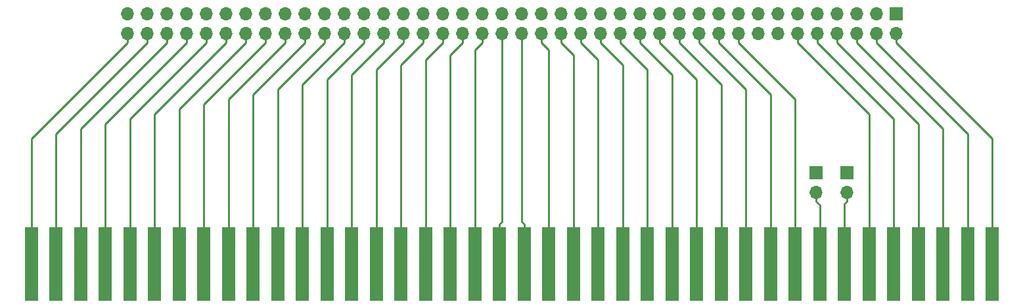
<source format=gtl>
%TF.GenerationSoftware,KiCad,Pcbnew,(6.0.9-0)*%
%TF.CreationDate,2023-01-05T16:32:08-08:00*%
%TF.ProjectId,mini-extender-m2,6d696e69-2d65-4787-9465-6e6465722d6d,rev?*%
%TF.SameCoordinates,Original*%
%TF.FileFunction,Copper,L1,Top*%
%TF.FilePolarity,Positive*%
%FSLAX46Y46*%
G04 Gerber Fmt 4.6, Leading zero omitted, Abs format (unit mm)*
G04 Created by KiCad (PCBNEW (6.0.9-0)) date 2023-01-05 16:32:08*
%MOMM*%
%LPD*%
G01*
G04 APERTURE LIST*
%TA.AperFunction,ComponentPad*%
%ADD10R,1.700000X1.700000*%
%TD*%
%TA.AperFunction,ComponentPad*%
%ADD11O,1.700000X1.700000*%
%TD*%
%TA.AperFunction,SMDPad,CuDef*%
%ADD12R,1.778000X9.525000*%
%TD*%
%TA.AperFunction,Conductor*%
%ADD13C,0.250000*%
%TD*%
G04 APERTURE END LIST*
D10*
%TO.P,JP1,1,A*%
%TO.N,/N8*%
X191643000Y-86355000D03*
D11*
%TO.P,JP1,2,B*%
%TO.N,Net-(J0-Pad16)*%
X191643000Y-88895000D03*
%TD*%
D12*
%TO.P,P0,2,USER1*%
%TO.N,Net-(J0-Pad2)*%
X214312500Y-98107500D03*
%TO.P,P0,4,GND*%
%TO.N,Net-(J0-Pad4)*%
X211137500Y-98107500D03*
%TO.P,P0,6,+12V*%
%TO.N,Net-(J0-Pad6)*%
X207962500Y-98107500D03*
%TO.P,P0,8,GND*%
%TO.N,Net-(J0-Pad8)*%
X204787500Y-98107500D03*
%TO.P,P0,10,+5V*%
%TO.N,Net-(J0-Pad10)*%
X201612500Y-98107500D03*
%TO.P,P0,12,~{NMIRQ}*%
%TO.N,Net-(J0-Pad12)*%
X198437500Y-98107500D03*
%TO.P,P0,14,IEOUT*%
%TO.N,Net-(J0-Pad14)*%
X195262500Y-98107500D03*
%TO.P,P0,16,~{BAKOUT}*%
%TO.N,Net-(J0-Pad16)*%
X192087500Y-98107500D03*
%TO.P,P0,18,~{SYNC}*%
%TO.N,Net-(J0-Pad18)*%
X188912500Y-98107500D03*
%TO.P,P0,20,~{WR}*%
%TO.N,Net-(J0-Pad20)*%
X185737500Y-98107500D03*
%TO.P,P0,22,~{IOCYC}*%
%TO.N,Net-(J0-Pad22)*%
X182562500Y-98107500D03*
%TO.P,P0,24,~{A01}*%
%TO.N,Net-(J0-Pad24)*%
X179387500Y-98107500D03*
%TO.P,P0,26,~{A03}*%
%TO.N,Net-(J0-Pad26)*%
X176212500Y-98107500D03*
%TO.P,P0,28,~{A05}*%
%TO.N,Net-(J0-Pad28)*%
X173037500Y-98107500D03*
%TO.P,P0,30,~{A07}*%
%TO.N,Net-(J0-Pad30)*%
X169862500Y-98107500D03*
%TO.P,P0,32,~{A09}*%
%TO.N,Net-(J0-Pad32)*%
X166687500Y-98107500D03*
%TO.P,P0,34,~{A11}*%
%TO.N,Net-(J0-Pad34)*%
X163512500Y-98107500D03*
%TO.P,P0,36,~{A13}*%
%TO.N,Net-(J0-Pad36)*%
X160337500Y-98107500D03*
%TO.P,P0,38,~{A15}*%
%TO.N,Net-(J0-Pad38)*%
X157162500Y-98107500D03*
%TO.P,P0,40,~{DISRO}*%
%TO.N,Net-(J0-Pad40)*%
X153987500Y-98107500D03*
%TO.P,P0,42,~{KBIRQ}*%
%TO.N,Net-(J0-Pad42)*%
X150812500Y-98107500D03*
%TO.P,P0,44,CLOCK*%
%TO.N,Net-(J0-Pad44)*%
X147637500Y-98107500D03*
%TO.P,P0,46,8MHz*%
%TO.N,Net-(J0-Pad46)*%
X144462500Y-98107500D03*
%TO.P,P0,48,~{WAIT}*%
%TO.N,Net-(J0-Pad48)*%
X141287500Y-98107500D03*
%TO.P,P0,50,GND*%
%TO.N,Net-(J0-Pad50)*%
X138112500Y-98107500D03*
%TO.P,P0,52,~{DAT1}*%
%TO.N,Net-(J0-Pad52)*%
X134937500Y-98107500D03*
%TO.P,P0,54,~{DAT3}*%
%TO.N,Net-(J0-Pad54)*%
X131762500Y-98107500D03*
%TO.P,P0,56,~{DAT5}*%
%TO.N,Net-(J0-Pad56)*%
X128587500Y-98107500D03*
%TO.P,P0,58,~{DAT7}*%
%TO.N,Net-(J0-Pad58)*%
X125412500Y-98107500D03*
%TO.P,P0,60,~{DAT9}*%
%TO.N,Net-(J0-Pad60)*%
X122237500Y-98107500D03*
%TO.P,P0,62,~{DAT11}*%
%TO.N,Net-(J0-Pad62)*%
X119062500Y-98107500D03*
%TO.P,P0,64,~{DAT13}*%
%TO.N,Net-(J0-Pad64)*%
X115887500Y-98107500D03*
%TO.P,P0,66,~{DAT15}*%
%TO.N,Net-(J0-Pad66)*%
X112712500Y-98107500D03*
%TO.P,P0,68,~{HALT}*%
%TO.N,Net-(J0-Pad68)*%
X109537500Y-98107500D03*
%TO.P,P0,70,GND*%
%TO.N,Net-(J0-Pad70)*%
X106362500Y-98107500D03*
%TO.P,P0,72,+5V*%
%TO.N,Net-(J0-Pad72)*%
X103187500Y-98107500D03*
%TO.P,P0,74,GND*%
%TO.N,Net-(J0-Pad74)*%
X100012500Y-98107500D03*
%TO.P,P0,76,-12V*%
%TO.N,Net-(J0-Pad76)*%
X96837500Y-98107500D03*
%TO.P,P0,78,+12V*%
%TO.N,Net-(J0-Pad78)*%
X93662500Y-98107500D03*
%TO.P,P0,80,GND*%
%TO.N,Net-(J0-Pad80)*%
X90487500Y-98107500D03*
%TD*%
D10*
%TO.P,J1,1,Pin_1*%
%TO.N,/N1*%
X201930000Y-65913000D03*
D11*
%TO.P,J1,2,Pin_2*%
%TO.N,Net-(J0-Pad2)*%
X201930000Y-68453000D03*
%TO.P,J1,3,Pin_3*%
%TO.N,/N2*%
X199390000Y-65913000D03*
%TO.P,J1,4,Pin_4*%
%TO.N,Net-(J0-Pad4)*%
X199390000Y-68453000D03*
%TO.P,J1,5,Pin_5*%
%TO.N,/N3*%
X196850000Y-65913000D03*
%TO.P,J1,6,Pin_6*%
%TO.N,Net-(J0-Pad6)*%
X196850000Y-68453000D03*
%TO.P,J1,7,Pin_7*%
%TO.N,/N4*%
X194310000Y-65913000D03*
%TO.P,J1,8,Pin_8*%
%TO.N,Net-(J0-Pad8)*%
X194310000Y-68453000D03*
%TO.P,J1,9,Pin_9*%
%TO.N,/N5*%
X191770000Y-65913000D03*
%TO.P,J1,10,Pin_10*%
%TO.N,Net-(J0-Pad10)*%
X191770000Y-68453000D03*
%TO.P,J1,11,Pin_11*%
%TO.N,/N6*%
X189230000Y-65913000D03*
%TO.P,J1,12,Pin_12*%
%TO.N,Net-(J0-Pad12)*%
X189230000Y-68453000D03*
%TO.P,J1,13,Pin_13*%
%TO.N,/N7*%
X186690000Y-65913000D03*
%TO.P,J1,14,Pin_14*%
%TO.N,Net-(J0-Pad14)*%
X186690000Y-68453000D03*
%TO.P,J1,15,Pin_15*%
%TO.N,/N8*%
X184150000Y-65913000D03*
%TO.P,J1,16,Pin_16*%
%TO.N,Net-(J0-Pad16)*%
X184150000Y-68453000D03*
%TO.P,J1,17,Pin_17*%
%TO.N,/N9*%
X181610000Y-65913000D03*
%TO.P,J1,18,Pin_18*%
%TO.N,Net-(J0-Pad18)*%
X181610000Y-68453000D03*
%TO.P,J1,19,Pin_19*%
%TO.N,/N10*%
X179070000Y-65913000D03*
%TO.P,J1,20,Pin_20*%
%TO.N,Net-(J0-Pad20)*%
X179070000Y-68453000D03*
%TO.P,J1,21,Pin_21*%
%TO.N,/N11*%
X176530000Y-65913000D03*
%TO.P,J1,22,Pin_22*%
%TO.N,Net-(J0-Pad22)*%
X176530000Y-68453000D03*
%TO.P,J1,23,Pin_23*%
%TO.N,/N12*%
X173990000Y-65913000D03*
%TO.P,J1,24,Pin_24*%
%TO.N,Net-(J0-Pad24)*%
X173990000Y-68453000D03*
%TO.P,J1,25,Pin_25*%
%TO.N,/N13*%
X171450000Y-65913000D03*
%TO.P,J1,26,Pin_26*%
%TO.N,Net-(J0-Pad26)*%
X171450000Y-68453000D03*
%TO.P,J1,27,Pin_27*%
%TO.N,/N14*%
X168910000Y-65913000D03*
%TO.P,J1,28,Pin_28*%
%TO.N,Net-(J0-Pad28)*%
X168910000Y-68453000D03*
%TO.P,J1,29,Pin_29*%
%TO.N,/N15*%
X166370000Y-65913000D03*
%TO.P,J1,30,Pin_30*%
%TO.N,Net-(J0-Pad30)*%
X166370000Y-68453000D03*
%TO.P,J1,31,Pin_31*%
%TO.N,/N16*%
X163830000Y-65913000D03*
%TO.P,J1,32,Pin_32*%
%TO.N,Net-(J0-Pad32)*%
X163830000Y-68453000D03*
%TO.P,J1,33,Pin_33*%
%TO.N,/N17*%
X161290000Y-65913000D03*
%TO.P,J1,34,Pin_34*%
%TO.N,Net-(J0-Pad34)*%
X161290000Y-68453000D03*
%TO.P,J1,35,Pin_35*%
%TO.N,/N18*%
X158750000Y-65913000D03*
%TO.P,J1,36,Pin_36*%
%TO.N,Net-(J0-Pad36)*%
X158750000Y-68453000D03*
%TO.P,J1,37,Pin_37*%
%TO.N,/N19*%
X156210000Y-65913000D03*
%TO.P,J1,38,Pin_38*%
%TO.N,Net-(J0-Pad38)*%
X156210000Y-68453000D03*
%TO.P,J1,39,Pin_39*%
%TO.N,/N20*%
X153670000Y-65913000D03*
%TO.P,J1,40,Pin_40*%
%TO.N,Net-(J0-Pad40)*%
X153670000Y-68453000D03*
%TO.P,J1,41,Pin_41*%
%TO.N,/N21*%
X151130000Y-65913000D03*
%TO.P,J1,42,Pin_42*%
%TO.N,Net-(J0-Pad42)*%
X151130000Y-68453000D03*
%TO.P,J1,43,Pin_43*%
%TO.N,/N22*%
X148590000Y-65913000D03*
%TO.P,J1,44,Pin_44*%
%TO.N,Net-(J0-Pad44)*%
X148590000Y-68453000D03*
%TO.P,J1,45,Pin_45*%
%TO.N,/N23*%
X146050000Y-65913000D03*
%TO.P,J1,46,Pin_46*%
%TO.N,Net-(J0-Pad46)*%
X146050000Y-68453000D03*
%TO.P,J1,47,Pin_47*%
%TO.N,/N24*%
X143510000Y-65913000D03*
%TO.P,J1,48,Pin_48*%
%TO.N,Net-(J0-Pad48)*%
X143510000Y-68453000D03*
%TO.P,J1,49,Pin_49*%
%TO.N,/N25*%
X140970000Y-65913000D03*
%TO.P,J1,50,Pin_50*%
%TO.N,Net-(J0-Pad50)*%
X140970000Y-68453000D03*
%TO.P,J1,51,Pin_51*%
%TO.N,/N26*%
X138430000Y-65913000D03*
%TO.P,J1,52,Pin_52*%
%TO.N,Net-(J0-Pad52)*%
X138430000Y-68453000D03*
%TO.P,J1,53,Pin_53*%
%TO.N,/N27*%
X135890000Y-65913000D03*
%TO.P,J1,54,Pin_54*%
%TO.N,Net-(J0-Pad54)*%
X135890000Y-68453000D03*
%TO.P,J1,55,Pin_55*%
%TO.N,/N28*%
X133350000Y-65913000D03*
%TO.P,J1,56,Pin_56*%
%TO.N,Net-(J0-Pad56)*%
X133350000Y-68453000D03*
%TO.P,J1,57,Pin_57*%
%TO.N,/N29*%
X130810000Y-65913000D03*
%TO.P,J1,58,Pin_58*%
%TO.N,Net-(J0-Pad58)*%
X130810000Y-68453000D03*
%TO.P,J1,59,Pin_59*%
%TO.N,/N30*%
X128270000Y-65913000D03*
%TO.P,J1,60,Pin_60*%
%TO.N,Net-(J0-Pad60)*%
X128270000Y-68453000D03*
%TO.P,J1,61,Pin_61*%
%TO.N,/N31*%
X125730000Y-65913000D03*
%TO.P,J1,62,Pin_62*%
%TO.N,Net-(J0-Pad62)*%
X125730000Y-68453000D03*
%TO.P,J1,63,Pin_63*%
%TO.N,/N32*%
X123190000Y-65913000D03*
%TO.P,J1,64,Pin_64*%
%TO.N,Net-(J0-Pad64)*%
X123190000Y-68453000D03*
%TO.P,J1,65,Pin_65*%
%TO.N,/N33*%
X120650000Y-65913000D03*
%TO.P,J1,66,Pin_66*%
%TO.N,Net-(J0-Pad66)*%
X120650000Y-68453000D03*
%TO.P,J1,67,Pin_67*%
%TO.N,/N34*%
X118110000Y-65913000D03*
%TO.P,J1,68,Pin_68*%
%TO.N,Net-(J0-Pad68)*%
X118110000Y-68453000D03*
%TO.P,J1,69,Pin_69*%
%TO.N,/N35*%
X115570000Y-65913000D03*
%TO.P,J1,70,Pin_70*%
%TO.N,Net-(J0-Pad70)*%
X115570000Y-68453000D03*
%TO.P,J1,71,Pin_71*%
%TO.N,/N36*%
X113030000Y-65913000D03*
%TO.P,J1,72,Pin_72*%
%TO.N,Net-(J0-Pad72)*%
X113030000Y-68453000D03*
%TO.P,J1,73,Pin_73*%
%TO.N,/N37*%
X110490000Y-65913000D03*
%TO.P,J1,74,Pin_74*%
%TO.N,Net-(J0-Pad74)*%
X110490000Y-68453000D03*
%TO.P,J1,75,Pin_75*%
%TO.N,/N38*%
X107950000Y-65913000D03*
%TO.P,J1,76,Pin_76*%
%TO.N,Net-(J0-Pad76)*%
X107950000Y-68453000D03*
%TO.P,J1,77,Pin_77*%
%TO.N,/N39*%
X105410000Y-65913000D03*
%TO.P,J1,78,Pin_78*%
%TO.N,Net-(J0-Pad78)*%
X105410000Y-68453000D03*
%TO.P,J1,79,Pin_79*%
%TO.N,/N40*%
X102870000Y-65913000D03*
%TO.P,J1,80,Pin_80*%
%TO.N,Net-(J0-Pad80)*%
X102870000Y-68453000D03*
%TD*%
D10*
%TO.P,JP2,1,A*%
%TO.N,/N7*%
X195580000Y-86355000D03*
D11*
%TO.P,JP2,2,B*%
%TO.N,Net-(J0-Pad14)*%
X195580000Y-88895000D03*
%TD*%
D13*
%TO.N,Net-(J0-Pad44)*%
X147637500Y-70580800D02*
X148590000Y-69628300D01*
X147637500Y-98107500D02*
X147637500Y-70580800D01*
X148590000Y-68453000D02*
X148590000Y-69628300D01*
%TO.N,Net-(J0-Pad72)*%
X103187500Y-79470800D02*
X113030000Y-69628300D01*
X113030000Y-68453000D02*
X113030000Y-69628300D01*
X103187500Y-98107500D02*
X103187500Y-79470800D01*
%TO.N,Net-(J0-Pad68)*%
X118110000Y-68453000D02*
X118110000Y-69628300D01*
X109537500Y-78200800D02*
X118110000Y-69628300D01*
X109537500Y-98107500D02*
X109537500Y-78200800D01*
%TO.N,Net-(J0-Pad76)*%
X107950000Y-68453000D02*
X107950000Y-69628300D01*
X96837500Y-80740800D02*
X107950000Y-69628300D01*
X96837500Y-98107500D02*
X96837500Y-80740800D01*
%TO.N,Net-(J0-Pad62)*%
X125730000Y-68453000D02*
X125730000Y-69628300D01*
X119062500Y-98107500D02*
X119062500Y-76295800D01*
X119062500Y-76295800D02*
X125730000Y-69628300D01*
%TO.N,Net-(J0-Pad52)*%
X134937500Y-73120800D02*
X138430000Y-69628300D01*
X138430000Y-68453000D02*
X138430000Y-69628300D01*
X134937500Y-98107500D02*
X134937500Y-73120800D01*
%TO.N,Net-(J0-Pad56)*%
X133350000Y-68453000D02*
X133350000Y-69628300D01*
X128587500Y-98107500D02*
X128587500Y-74390800D01*
X128587500Y-74390800D02*
X133350000Y-69628300D01*
%TO.N,Net-(J0-Pad60)*%
X122237500Y-98107500D02*
X122237500Y-75660800D01*
X122237500Y-75660800D02*
X128270000Y-69628300D01*
X128270000Y-68453000D02*
X128270000Y-69628300D01*
%TO.N,Net-(J0-Pad48)*%
X143510000Y-68453000D02*
X143510000Y-69628300D01*
X141287500Y-98107500D02*
X141287500Y-71850800D01*
X141287500Y-71850800D02*
X143510000Y-69628300D01*
%TO.N,Net-(J0-Pad54)*%
X131762500Y-73755800D02*
X135890000Y-69628300D01*
X135890000Y-68453000D02*
X135890000Y-69628300D01*
X131762500Y-98107500D02*
X131762500Y-73755800D01*
%TO.N,Net-(J0-Pad42)*%
X150812500Y-98107500D02*
X150812500Y-93019700D01*
X150812500Y-93019700D02*
X151130000Y-92702200D01*
X151130000Y-92702200D02*
X151130000Y-68453000D01*
%TO.N,Net-(J0-Pad66)*%
X112712500Y-77565800D02*
X120650000Y-69628300D01*
X120650000Y-68453000D02*
X120650000Y-69628300D01*
X112712500Y-98107500D02*
X112712500Y-77565800D01*
%TO.N,Net-(J0-Pad78)*%
X93662500Y-81375800D02*
X105410000Y-69628300D01*
X93662500Y-98107500D02*
X93662500Y-81375800D01*
X105410000Y-68453000D02*
X105410000Y-69628300D01*
%TO.N,Net-(J0-Pad46)*%
X146050000Y-68453000D02*
X146050000Y-69628300D01*
X144462500Y-71215800D02*
X146050000Y-69628300D01*
X144462500Y-98107500D02*
X144462500Y-71215800D01*
%TO.N,Net-(J0-Pad58)*%
X125412500Y-98107500D02*
X125412500Y-75025800D01*
X125412500Y-75025800D02*
X130810000Y-69628300D01*
X130810000Y-68453000D02*
X130810000Y-69628300D01*
%TO.N,Net-(J0-Pad64)*%
X123190000Y-68453000D02*
X123190000Y-69628300D01*
X115887500Y-98107500D02*
X115887500Y-76930800D01*
X115887500Y-76930800D02*
X123190000Y-69628300D01*
%TO.N,Net-(J0-Pad2)*%
X214312500Y-82010800D02*
X201930000Y-69628300D01*
X201930000Y-68453000D02*
X201930000Y-69628300D01*
X214312500Y-98107500D02*
X214312500Y-82010800D01*
%TO.N,Net-(J0-Pad6)*%
X207962500Y-98107500D02*
X207962500Y-80740800D01*
X207962500Y-80740800D02*
X196850000Y-69628300D01*
X196850000Y-68453000D02*
X196850000Y-69628300D01*
%TO.N,Net-(J0-Pad10)*%
X191770000Y-69628300D02*
X201612500Y-79470800D01*
X191770000Y-68453000D02*
X191770000Y-69628300D01*
X201612500Y-79470800D02*
X201612500Y-98107500D01*
%TO.N,Net-(J0-Pad12)*%
X198437500Y-98107500D02*
X198437500Y-78835800D01*
X189230000Y-68453000D02*
X189230000Y-69628300D01*
X198437500Y-78835800D02*
X189230000Y-69628300D01*
%TO.N,Net-(J0-Pad14)*%
X195580000Y-88895000D02*
X195580000Y-90070300D01*
X195262500Y-90387800D02*
X195580000Y-90070300D01*
X195262500Y-98107500D02*
X195262500Y-90387800D01*
%TO.N,Net-(J0-Pad16)*%
X191643000Y-88895000D02*
X191643000Y-90070300D01*
X192087500Y-98107500D02*
X192087500Y-90514800D01*
X192087500Y-90514800D02*
X191643000Y-90070300D01*
%TO.N,Net-(J0-Pad18)*%
X188912500Y-98107500D02*
X188912500Y-76930800D01*
X188912500Y-76930800D02*
X181610000Y-69628300D01*
X181610000Y-68453000D02*
X181610000Y-69628300D01*
%TO.N,Net-(J0-Pad20)*%
X185737500Y-76295800D02*
X179070000Y-69628300D01*
X185737500Y-98107500D02*
X185737500Y-76295800D01*
X179070000Y-68453000D02*
X179070000Y-69628300D01*
%TO.N,Net-(J0-Pad22)*%
X182562500Y-75660800D02*
X182562500Y-98107500D01*
X176530000Y-69628300D02*
X182562500Y-75660800D01*
X176530000Y-68453000D02*
X176530000Y-69628300D01*
%TO.N,Net-(J0-Pad24)*%
X179387500Y-75025800D02*
X173990000Y-69628300D01*
X179387500Y-98107500D02*
X179387500Y-75025800D01*
X173990000Y-68453000D02*
X173990000Y-69628300D01*
%TO.N,Net-(J0-Pad26)*%
X171450000Y-68453000D02*
X171450000Y-69628300D01*
X176212500Y-74390800D02*
X171450000Y-69628300D01*
X176212500Y-98107500D02*
X176212500Y-74390800D01*
%TO.N,Net-(J0-Pad28)*%
X173037500Y-73755800D02*
X168910000Y-69628300D01*
X173037500Y-98107500D02*
X173037500Y-73755800D01*
X168910000Y-68453000D02*
X168910000Y-69628300D01*
%TO.N,Net-(J0-Pad30)*%
X169862500Y-73120800D02*
X166370000Y-69628300D01*
X169862500Y-98107500D02*
X169862500Y-73120800D01*
X166370000Y-68453000D02*
X166370000Y-69628300D01*
%TO.N,Net-(J0-Pad32)*%
X166687500Y-98107500D02*
X166687500Y-72485800D01*
X166687500Y-72485800D02*
X163830000Y-69628300D01*
X163830000Y-68453000D02*
X163830000Y-69628300D01*
%TO.N,Net-(J0-Pad34)*%
X163512500Y-98107500D02*
X163512500Y-71850800D01*
X163512500Y-71850800D02*
X161290000Y-69628300D01*
X161290000Y-68453000D02*
X161290000Y-69628300D01*
%TO.N,Net-(J0-Pad36)*%
X160337500Y-71215800D02*
X158750000Y-69628300D01*
X160337500Y-98107500D02*
X160337500Y-71215800D01*
X158750000Y-68453000D02*
X158750000Y-69628300D01*
%TO.N,Net-(J0-Pad38)*%
X156210000Y-68453000D02*
X156210000Y-69628300D01*
X157162500Y-70580800D02*
X156210000Y-69628300D01*
X157162500Y-98107500D02*
X157162500Y-70580800D01*
%TO.N,Net-(J0-Pad40)*%
X153987500Y-93019700D02*
X153670000Y-92702200D01*
X153987500Y-98107500D02*
X153987500Y-93019700D01*
X153670000Y-92702200D02*
X153670000Y-68453000D01*
%TO.N,Net-(J0-Pad8)*%
X204787500Y-80105800D02*
X194310000Y-69628300D01*
X194310000Y-68453000D02*
X194310000Y-69628300D01*
X204787500Y-98107500D02*
X204787500Y-80105800D01*
%TO.N,Net-(J0-Pad4)*%
X199390000Y-68453000D02*
X199390000Y-69628300D01*
X199390000Y-69628300D02*
X211137500Y-81375800D01*
X211137500Y-81375800D02*
X211137500Y-98107500D01*
%TO.N,Net-(J0-Pad74)*%
X100012500Y-98107500D02*
X100012500Y-80105800D01*
X110490000Y-68453000D02*
X110490000Y-69628300D01*
X100012500Y-80105800D02*
X110490000Y-69628300D01*
%TO.N,Net-(J0-Pad70)*%
X106362500Y-78835800D02*
X115570000Y-69628300D01*
X115570000Y-68453000D02*
X115570000Y-69628300D01*
X106362500Y-98107500D02*
X106362500Y-78835800D01*
%TO.N,Net-(J0-Pad80)*%
X102870000Y-68453000D02*
X102870000Y-69628300D01*
X90487500Y-98107500D02*
X90487500Y-82010800D01*
X90487500Y-82010800D02*
X102870000Y-69628300D01*
%TO.N,Net-(J0-Pad50)*%
X138112500Y-72485800D02*
X140970000Y-69628300D01*
X138112500Y-98107500D02*
X138112500Y-72485800D01*
X140970000Y-68453000D02*
X140970000Y-69628300D01*
%TD*%
M02*

</source>
